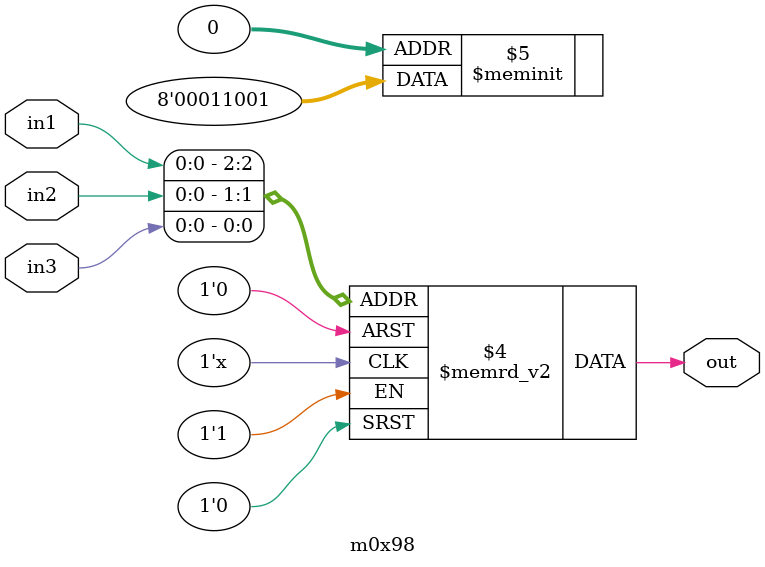
<source format=v>
module m0x98(output out, input in1, in2, in3);

   always @(in1, in2, in3)
     begin
        case({in1, in2, in3})
          3'b000: {out} = 1'b1;
          3'b001: {out} = 1'b0;
          3'b010: {out} = 1'b0;
          3'b011: {out} = 1'b1;
          3'b100: {out} = 1'b1;
          3'b101: {out} = 1'b0;
          3'b110: {out} = 1'b0;
          3'b111: {out} = 1'b0;
        endcase // case ({in1, in2, in3})
     end // always @ (in1, in2, in3)

endmodule // m0x98
</source>
